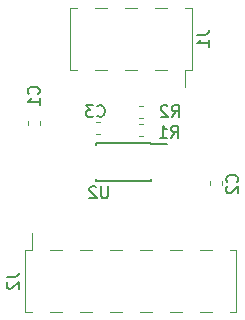
<source format=gbr>
G04 #@! TF.GenerationSoftware,KiCad,Pcbnew,5.1.12-84ad8e8a86~92~ubuntu20.04.1*
G04 #@! TF.CreationDate,2022-01-25T20:05:45-05:00*
G04 #@! TF.ProjectId,ABPDANT015PGAA5_sensor_module,41425044-414e-4543-9031-355047414135,rev?*
G04 #@! TF.SameCoordinates,Original*
G04 #@! TF.FileFunction,Legend,Bot*
G04 #@! TF.FilePolarity,Positive*
%FSLAX46Y46*%
G04 Gerber Fmt 4.6, Leading zero omitted, Abs format (unit mm)*
G04 Created by KiCad (PCBNEW 5.1.12-84ad8e8a86~92~ubuntu20.04.1) date 2022-01-25 20:05:45*
%MOMM*%
%LPD*%
G01*
G04 APERTURE LIST*
%ADD10C,0.120000*%
%ADD11C,0.150000*%
G04 APERTURE END LIST*
D10*
X105274840Y-41887359D02*
X105274840Y-41561801D01*
X104254840Y-41887359D02*
X104254840Y-41561801D01*
X119659940Y-46985139D02*
X119659940Y-46659581D01*
X120679940Y-46985139D02*
X120679940Y-46659581D01*
X113634301Y-42841640D02*
X113959859Y-42841640D01*
X113634301Y-41821640D02*
X113959859Y-41821640D01*
X113647001Y-40264620D02*
X113972559Y-40264620D01*
X113647001Y-41284620D02*
X113972559Y-41284620D01*
X104000000Y-52480000D02*
X104000000Y-57680000D01*
X121900000Y-52480000D02*
X121900000Y-57680000D01*
X104570000Y-51040000D02*
X104570000Y-52480000D01*
X104000000Y-52480000D02*
X104570000Y-52480000D01*
X104000000Y-57680000D02*
X104570000Y-57680000D01*
X121330000Y-52480000D02*
X121900000Y-52480000D01*
X121330000Y-57680000D02*
X121900000Y-57680000D01*
X106090000Y-52480000D02*
X107110000Y-52480000D01*
X106090000Y-57680000D02*
X107110000Y-57680000D01*
X108630000Y-52480000D02*
X109650000Y-52480000D01*
X108630000Y-57680000D02*
X109650000Y-57680000D01*
X111170000Y-52480000D02*
X112190000Y-52480000D01*
X111170000Y-57680000D02*
X112190000Y-57680000D01*
X113710000Y-52480000D02*
X114730000Y-52480000D01*
X113710000Y-57680000D02*
X114730000Y-57680000D01*
X116250000Y-52480000D02*
X117270000Y-52480000D01*
X116250000Y-57680000D02*
X117270000Y-57680000D01*
X118790000Y-52480000D02*
X119810000Y-52480000D01*
X118790000Y-57680000D02*
X119810000Y-57680000D01*
X118100000Y-37180000D02*
X118100000Y-31980000D01*
X107820000Y-37180000D02*
X107820000Y-31980000D01*
X117530000Y-38620000D02*
X117530000Y-37180000D01*
X118100000Y-37180000D02*
X117530000Y-37180000D01*
X118100000Y-31980000D02*
X117530000Y-31980000D01*
X108390000Y-37180000D02*
X107820000Y-37180000D01*
X108390000Y-31980000D02*
X107820000Y-31980000D01*
X116010000Y-37180000D02*
X114990000Y-37180000D01*
X116010000Y-31980000D02*
X114990000Y-31980000D01*
X113470000Y-37180000D02*
X112450000Y-37180000D01*
X113470000Y-31980000D02*
X112450000Y-31980000D01*
X110930000Y-37180000D02*
X109910000Y-37180000D01*
X110930000Y-31980000D02*
X109910000Y-31980000D01*
D11*
X114675000Y-43385000D02*
X114675000Y-43485000D01*
X110025000Y-43385000D02*
X110025000Y-43585000D01*
X110025000Y-46635000D02*
X110025000Y-46435000D01*
X114675000Y-46635000D02*
X114675000Y-46435000D01*
X114675000Y-43385000D02*
X110025000Y-43385000D01*
X114675000Y-46635000D02*
X110025000Y-46635000D01*
X114675000Y-43485000D02*
X116025000Y-43485000D01*
D10*
X109991941Y-42610500D02*
X110317499Y-42610500D01*
X109991941Y-41590500D02*
X110317499Y-41590500D01*
D11*
X105139762Y-39236353D02*
X105187381Y-39188734D01*
X105235000Y-39045877D01*
X105235000Y-38950639D01*
X105187381Y-38807781D01*
X105092143Y-38712543D01*
X104996905Y-38664924D01*
X104806429Y-38617305D01*
X104663572Y-38617305D01*
X104473096Y-38664924D01*
X104377858Y-38712543D01*
X104282620Y-38807781D01*
X104235000Y-38950639D01*
X104235000Y-39045877D01*
X104282620Y-39188734D01*
X104330239Y-39236353D01*
X105235000Y-40188734D02*
X105235000Y-39617305D01*
X105235000Y-39903020D02*
X104235000Y-39903020D01*
X104377858Y-39807781D01*
X104473096Y-39712543D01*
X104520715Y-39617305D01*
X121947082Y-46695693D02*
X121994701Y-46648074D01*
X122042320Y-46505217D01*
X122042320Y-46409979D01*
X121994701Y-46267121D01*
X121899463Y-46171883D01*
X121804225Y-46124264D01*
X121613749Y-46076645D01*
X121470892Y-46076645D01*
X121280416Y-46124264D01*
X121185178Y-46171883D01*
X121089940Y-46267121D01*
X121042320Y-46409979D01*
X121042320Y-46505217D01*
X121089940Y-46648074D01*
X121137559Y-46695693D01*
X121137559Y-47076645D02*
X121089940Y-47124264D01*
X121042320Y-47219502D01*
X121042320Y-47457598D01*
X121089940Y-47552836D01*
X121137559Y-47600455D01*
X121232797Y-47648074D01*
X121328035Y-47648074D01*
X121470892Y-47600455D01*
X122042320Y-47029026D01*
X122042320Y-47648074D01*
X116371666Y-42938960D02*
X116705000Y-42462770D01*
X116943095Y-42938960D02*
X116943095Y-41938960D01*
X116562142Y-41938960D01*
X116466904Y-41986580D01*
X116419285Y-42034199D01*
X116371666Y-42129437D01*
X116371666Y-42272294D01*
X116419285Y-42367532D01*
X116466904Y-42415151D01*
X116562142Y-42462770D01*
X116943095Y-42462770D01*
X115419285Y-42938960D02*
X115990714Y-42938960D01*
X115705000Y-42938960D02*
X115705000Y-41938960D01*
X115800238Y-42081818D01*
X115895476Y-42177056D01*
X115990714Y-42224675D01*
X116427546Y-41193980D02*
X116760880Y-40717790D01*
X116998975Y-41193980D02*
X116998975Y-40193980D01*
X116618022Y-40193980D01*
X116522784Y-40241600D01*
X116475165Y-40289219D01*
X116427546Y-40384457D01*
X116427546Y-40527314D01*
X116475165Y-40622552D01*
X116522784Y-40670171D01*
X116618022Y-40717790D01*
X116998975Y-40717790D01*
X116046594Y-40289219D02*
X115998975Y-40241600D01*
X115903737Y-40193980D01*
X115665641Y-40193980D01*
X115570403Y-40241600D01*
X115522784Y-40289219D01*
X115475165Y-40384457D01*
X115475165Y-40479695D01*
X115522784Y-40622552D01*
X116094213Y-41193980D01*
X115475165Y-41193980D01*
X102452380Y-54746666D02*
X103166666Y-54746666D01*
X103309523Y-54699047D01*
X103404761Y-54603809D01*
X103452380Y-54460952D01*
X103452380Y-54365714D01*
X102547619Y-55175238D02*
X102500000Y-55222857D01*
X102452380Y-55318095D01*
X102452380Y-55556190D01*
X102500000Y-55651428D01*
X102547619Y-55699047D01*
X102642857Y-55746666D01*
X102738095Y-55746666D01*
X102880952Y-55699047D01*
X103452380Y-55127619D01*
X103452380Y-55746666D01*
X118552380Y-34246666D02*
X119266666Y-34246666D01*
X119409523Y-34199047D01*
X119504761Y-34103809D01*
X119552380Y-33960952D01*
X119552380Y-33865714D01*
X119552380Y-35246666D02*
X119552380Y-34675238D01*
X119552380Y-34960952D02*
X118552380Y-34960952D01*
X118695238Y-34865714D01*
X118790476Y-34770476D01*
X118838095Y-34675238D01*
X111025844Y-47062140D02*
X111025844Y-47871664D01*
X110978225Y-47966902D01*
X110930606Y-48014521D01*
X110835368Y-48062140D01*
X110644892Y-48062140D01*
X110549654Y-48014521D01*
X110502035Y-47966902D01*
X110454416Y-47871664D01*
X110454416Y-47062140D01*
X110025844Y-47157379D02*
X109978225Y-47109760D01*
X109882987Y-47062140D01*
X109644892Y-47062140D01*
X109549654Y-47109760D01*
X109502035Y-47157379D01*
X109454416Y-47252617D01*
X109454416Y-47347855D01*
X109502035Y-47490712D01*
X110073463Y-48062140D01*
X109454416Y-48062140D01*
X110131386Y-41107642D02*
X110179005Y-41155261D01*
X110321862Y-41202880D01*
X110417100Y-41202880D01*
X110559958Y-41155261D01*
X110655196Y-41060023D01*
X110702815Y-40964785D01*
X110750434Y-40774309D01*
X110750434Y-40631452D01*
X110702815Y-40440976D01*
X110655196Y-40345738D01*
X110559958Y-40250500D01*
X110417100Y-40202880D01*
X110321862Y-40202880D01*
X110179005Y-40250500D01*
X110131386Y-40298119D01*
X109798053Y-40202880D02*
X109179005Y-40202880D01*
X109512339Y-40583833D01*
X109369481Y-40583833D01*
X109274243Y-40631452D01*
X109226624Y-40679071D01*
X109179005Y-40774309D01*
X109179005Y-41012404D01*
X109226624Y-41107642D01*
X109274243Y-41155261D01*
X109369481Y-41202880D01*
X109655196Y-41202880D01*
X109750434Y-41155261D01*
X109798053Y-41107642D01*
M02*

</source>
